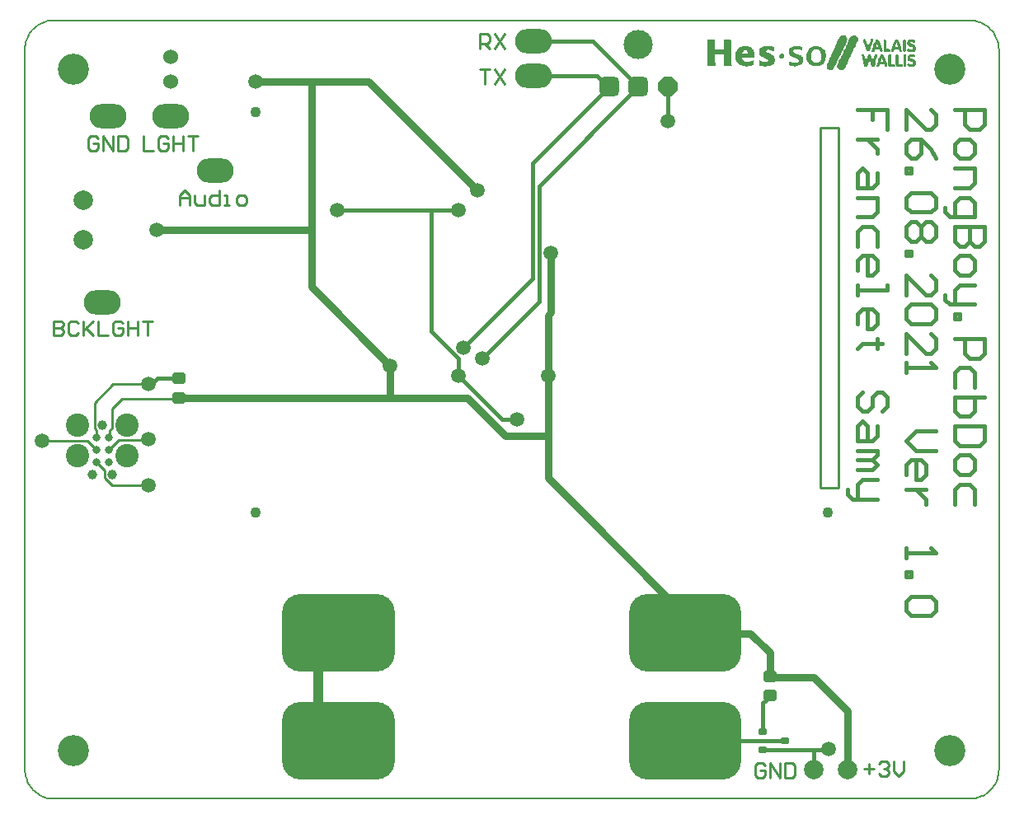
<source format=gtl>
%FSTAX23Y23*%
%MOIN*%
%SFA1B1*%

%IPPOS*%
%AMD14*
4,1,8,0.026600,-0.016200,0.026600,0.016200,0.021200,0.021700,-0.021200,0.021700,-0.026600,0.016200,-0.026600,-0.016200,-0.021200,-0.021700,0.021200,-0.021700,0.026600,-0.016200,0.0*
1,1,0.010827,0.021200,-0.016200*
1,1,0.010827,0.021200,0.016200*
1,1,0.010827,-0.021200,0.016200*
1,1,0.010827,-0.021200,-0.016200*
%
%AMD16*
4,1,8,-0.017700,0.005900,-0.017700,-0.005900,-0.011800,-0.011800,0.011800,-0.011800,0.017700,-0.005900,0.017700,0.005900,0.011800,0.011800,-0.011800,0.011800,-0.017700,0.005900,0.0*
1,1,0.011811,-0.011800,0.005900*
1,1,0.011811,-0.011800,-0.005900*
1,1,0.011811,0.011800,-0.005900*
1,1,0.011811,0.011800,0.005900*
%
%AMD24*
4,1,8,0.020000,0.040000,-0.020000,0.040000,-0.040000,0.020000,-0.040000,-0.020000,-0.020000,-0.040000,0.020000,-0.040000,0.040000,-0.020000,0.040000,0.020000,0.020000,0.040000,0.0*
1,1,0.040000,0.020000,0.020000*
1,1,0.040000,-0.020000,0.020000*
1,1,0.040000,-0.020000,-0.020000*
1,1,0.040000,0.020000,-0.020000*
%
%AMD25*
4,1,8,-0.016500,0.040000,-0.040000,0.016500,-0.040000,-0.016500,-0.016500,-0.040000,0.016500,-0.040000,0.040000,-0.016500,0.040000,0.016500,0.016500,0.040000,-0.016500,0.040000,0.0*
%
%AMD27*
4,1,8,0.078700,0.157500,-0.078700,0.157500,-0.157500,0.078700,-0.157500,-0.078700,-0.078700,-0.157500,0.078700,-0.157500,0.157500,-0.078700,0.157500,0.078700,0.078700,0.157500,0.0*
1,1,0.157480,0.078700,0.078700*
1,1,0.157480,-0.078700,0.078700*
1,1,0.157480,-0.078700,-0.078700*
1,1,0.157480,0.078700,-0.078700*
%
%ADD10C,0.005905*%
%ADD13C,0.010000*%
G04~CAMADD=14~8~0.0~0.0~433.1~531.5~54.1~0.0~15~0.0~0.0~0.0~0.0~0~0.0~0.0~0.0~0.0~0~0.0~0.0~0.0~270.0~532.0~434.0*
%ADD14D14*%
%ADD15C,0.078740*%
G04~CAMADD=16~8~0.0~0.0~236.2~354.3~59.1~0.0~15~0.0~0.0~0.0~0.0~0~0.0~0.0~0.0~0.0~0~0.0~0.0~0.0~90.0~354.0~236.0*
%ADD16D16*%
%ADD17C,0.031496*%
%ADD18C,0.029527*%
%ADD19C,0.017716*%
%ADD20C,0.039370*%
%ADD21C,0.009843*%
%ADD22C,0.015748*%
%ADD23O,0.149606X0.098425*%
G04~CAMADD=24~8~0.0~0.0~800.0~800.0~200.0~0.0~15~0.0~0.0~0.0~0.0~0~0.0~0.0~0.0~0.0~0~0.0~0.0~0.0~0.0~800.0~800.0*
%ADD24D24*%
G04~CAMADD=25~4~0.0~0.0~800.0~800.0~0.0~234.3~0~0.0~0.0~0.0~0.0~0~0.0~0.0~0.0~0.0~0~0.0~0.0~0.0~45.0~800.0~800.0*
%ADD25D25*%
%ADD26C,0.118110*%
G04~CAMADD=27~8~0.0~0.0~3149.6~3149.6~787.4~0.0~15~0.0~0.0~0.0~0.0~0~0.0~0.0~0.0~0.0~0~0.0~0.0~0.0~0.0~3149.6~3149.6*
%ADD27D27*%
%ADD28C,0.043307*%
%ADD29C,0.094488*%
%ADD30C,0.039370*%
%ADD31C,0.125984*%
%ADD32C,0.060000*%
%ADD33C,0.059055*%
%LNpongboy-1*%
%LPD*%
G36*
X03586Y03073D02*
X03588Y03073D01*
X03591Y03072*
X03593Y03072*
X03596Y0307*
X03597Y03069*
X03598Y03068*
Y03062*
X03595Y03059*
X03584Y03062*
X03583*
X03583Y03062*
X03581Y03061*
X03579Y0306*
X03579Y03059*
X03578Y03058*
X03598Y03049*
X03598Y03048*
X03598Y03048*
X036Y03046*
X03601Y03043*
X03602Y03041*
Y03039*
Y03036*
Y03035*
X03601Y03034*
X03601Y03031*
X036Y03029*
X03597Y03026*
X03594Y03023*
X03592Y03023*
X0359Y03022*
X03587Y03021*
X03578*
X03576Y03022*
X03574Y03022*
X03572Y03023*
X03569Y03024*
X03567Y03026*
X03566Y03028*
Y03032*
X03569Y03035*
X0357*
X03584Y03032*
X03584*
X03585Y03033*
X03587Y03034*
X03589Y03036*
X03589Y03037*
X03589Y03039*
X03589*
X03589Y03039*
X03587Y0304*
X03586Y0304*
X03582Y03042*
X03578Y03043*
X03574Y03046*
X03571Y03048*
X03568Y0305*
X03567Y03051*
X03566Y03053*
Y03058*
Y03059*
X03566Y03061*
X03567Y03063*
X03568Y03066*
X0357Y03069*
X03574Y03071*
X03575Y03072*
X03578Y03073*
X03581Y03073*
X03585*
X03586Y03073*
G37*
G36*
X0343Y03072D02*
Y03071D01*
Y0307*
X03429Y03069*
X03428Y03066*
X03427Y03064*
X03426Y0306*
X03425Y03056*
X03422Y03047*
X03419Y03039*
X03417Y03035*
X03416Y03031*
X03414Y03028*
X03413Y03026*
X03411Y03024*
X0341Y03024*
X03406*
X03405Y03025*
X03405Y03025*
X03404Y03026*
X03403Y03028*
X03402Y0303*
X03401Y03033*
X03399Y03035*
X03398Y03039*
X03396Y03044*
X03394Y0305*
X03392Y03056*
X0339Y03064*
X03387Y03072*
X03391Y03075*
X03395*
X03396Y03074*
X03397Y03073*
X03398Y03071*
X03399Y0307*
X034Y03068*
X03401Y03065*
X03402Y03063*
X03403Y03059*
X03405Y03055*
X03406Y03051*
X03407Y03046*
X03408Y03046*
X03409Y03047*
X0341Y0305*
X03411Y03051*
X03411Y03053*
X03413Y03055*
X03414Y03058*
X03415Y03062*
X03417Y03065*
X03418Y0307*
X0342Y03075*
X03427*
X0343Y03072*
G37*
G36*
X02854Y03069D02*
X02856D01*
X02854Y03065*
X02856Y0297*
X02857Y02966*
X02856Y02965*
X02828*
X02825Y02967*
Y03011*
X02789*
Y0299*
X02791Y02966*
X02789Y02965*
X02762*
X0276Y02966*
X02759*
X0276Y02991*
X02759Y03069*
X0276Y03071*
X02787*
X02789Y03068*
Y03031*
X02825*
Y03053*
X02824Y03069*
X02825Y03071*
X02853*
X02854Y03069*
G37*
G36*
X03122Y03046D02*
X03125D01*
X03129Y03045*
X03132Y03044*
X03137Y03043*
X03142Y03042*
Y03029*
X03139Y03027*
X03139Y03027*
X03138Y03027*
X03136Y03029*
X03134Y0303*
X03128Y03031*
X03125Y03032*
X03122Y03032*
X03114*
X03112Y03032*
X0311Y03031*
X03108Y0303*
X03106Y03028*
X03105Y03026*
X03105Y03022*
Y03022*
X03105Y03021*
X03107Y0302*
X03108Y03019*
X03109Y03019*
X03111Y03018*
X03113Y03016*
X03116Y03015*
X03119Y03014*
X03123Y03012*
X03127Y03011*
X03132Y03009*
X03138Y03007*
X03138Y03007*
X03139Y03006*
X0314Y03004*
X03142Y03003*
X03144Y03*
X03145Y02998*
X03146Y02996*
X03146Y02994*
Y02985*
Y02985*
Y02984*
X03146Y02982*
X03144Y02979*
X03143Y02977*
X03142Y02975*
X0314Y02973*
X03138Y02972*
X03135Y0297*
X03131Y02968*
X03127Y02967*
X03123Y02965*
X03118Y02964*
X03111Y02963*
X0311*
X03109Y02964*
X03107*
X03104Y02964*
X03099Y02965*
X03095Y02966*
X03091Y02967*
X03089Y02968*
X03088Y02969*
X03087Y02969*
X03087Y0297*
Y02973*
Y02973*
Y02975*
X03087Y02976*
X03087Y02978*
X03088Y0298*
X03088Y02982*
X0309Y02983*
X03091Y02984*
X03091Y02984*
X03092Y02983*
X03094Y02982*
X03097Y02981*
X031Y02979*
X03104Y02978*
X03108Y02977*
X03113Y02977*
X03115*
X03117Y02977*
X03119Y02978*
X03121Y02979*
X03124Y02981*
X03126Y02983*
X03127Y02985*
X03128Y02988*
Y02988*
X03128Y02989*
X03126Y02991*
X03125Y02992*
X03124Y02992*
X03122Y02994*
X0312Y02995*
X03117Y02996*
X03114Y02998*
X0311Y02999*
X03106Y03001*
X03101Y03003*
X03095Y03004*
X03095Y03005*
X03094Y03006*
X03092Y03007*
X03091Y0301*
X03089Y03012*
X03088Y03014*
X03087Y03016*
X03087Y03018*
Y03027*
Y03027*
X03087Y03027*
X03088Y0303*
X0309Y03033*
X03092Y03037*
X03094Y03038*
X03097Y0304*
X03099Y03042*
X03102Y03043*
X03106Y03044*
X03109Y03045*
X03114Y03046*
X03118Y03046*
X0312*
X03122Y03046*
G37*
G36*
X03013D02*
X03016Y03045D01*
X03019Y03045*
X03022Y03044*
X03025Y03043*
X03027Y03042*
X03027Y03041*
X03028Y03041*
Y03028*
X03025Y03024*
X03024Y03024*
X03023Y03025*
X03021Y03026*
X03019Y03027*
X03016Y03028*
X03013Y03029*
X03009Y0303*
X03004Y03031*
X03004*
X03003Y0303*
X03001Y0303*
X03Y03029*
X02998Y03028*
X02996Y03026*
X02995Y03025*
X02994Y03022*
X02995*
X02996Y03022*
X02998Y03021*
X03Y0302*
X03003Y03019*
X03006Y03017*
X03012Y03014*
X03019Y03011*
X03022Y03009*
X03025Y03007*
X03027Y03006*
X03029Y03004*
X0303Y03003*
X0303Y03002*
X03033Y02991*
Y02991*
Y0299*
X03033Y02988*
X03032Y02987*
X03031Y02982*
X0303Y0298*
X03028Y02977*
X03027Y02975*
X03024Y02972*
X03021Y0297*
X03017Y02968*
X03013Y02966*
X03008Y02964*
X03002Y02964*
X02996Y02963*
X0299*
X02986Y02964*
X02982Y02964*
X02978Y02965*
X02973Y02966*
X0297Y02968*
X02968Y02969*
X02967Y0297*
Y02985*
X0297Y02988*
X0297Y02988*
X02972Y02987*
X02974Y02986*
X02978Y02984*
X02981Y02982*
X02985Y02981*
X02989Y0298*
X02993Y0298*
X02994*
X02996Y0298*
X02997Y0298*
X02999Y02981*
X03001Y02983*
X03003Y02984*
X03004Y02987*
Y02988*
X03004Y02989*
X03002Y0299*
X03002Y0299*
X03Y02991*
X02999Y02992*
X02997Y02993*
X02994Y02995*
X02991Y02996*
X02987Y02998*
X02983Y03*
X02978Y03002*
X02973Y03004*
X02972Y03005*
X02972Y03006*
X02971Y03007*
X0297Y03009*
X02968Y03013*
X02967Y03015*
X02967Y03017*
Y03025*
Y03026*
Y03026*
X02967Y03028*
X02969Y0303*
X0297Y03034*
X02972Y03035*
X02973Y03037*
X02975Y03039*
X02978Y03041*
X02981Y03042*
X02985Y03044*
X02989Y03045*
X02993Y03046*
X0301*
X03013Y03046*
G37*
G36*
X03483Y03068D02*
Y03034D01*
X03492*
X03493Y03033*
X03494*
X03496Y03033*
X03497Y03032*
X03499Y03031*
X03499Y0303*
X035Y03029*
Y03025*
X03497Y03022*
X03474*
X03471Y03025*
Y03069*
Y0307*
X03471Y0307*
X03472Y03072*
X03473Y03072*
X03475Y03073*
X03477Y03073*
X03479*
X03483Y03068*
G37*
G36*
X03561Y03069D02*
Y03025D01*
X03556Y03021*
X03554*
X03549Y03025*
Y03069*
X03554Y03073*
X03556*
X03561Y03069*
G37*
G36*
X03527Y03073D02*
X03528Y03072D01*
X03529Y03071*
X0353Y03069*
X03531Y03068*
X03532Y03065*
X03534Y03062*
X03535Y03058*
X03537Y03053*
X03539Y03047*
X03541Y03041*
X03543Y03034*
X03545Y03025*
X03541Y03021*
X03538*
X03538Y03022*
X03537Y03022*
X03536Y03023*
X03535Y03024*
X03534Y03026*
X03534Y03029*
X03533Y03032*
X03516*
X03515Y03031*
Y0303*
X03514Y03029*
X03513Y03028*
X03512Y03026*
X03511Y03024*
X0351Y03023*
X03509Y03022*
X03508Y03021*
X03505*
X03501Y03025*
Y03026*
X03502Y03027*
X03503Y0303*
X03503Y03033*
X03504Y03037*
X03506Y03041*
X03509Y03049*
X03512Y03058*
X03513Y03062*
X03515Y03066*
X03516Y03069*
X03518Y03071*
X03519Y03073*
X0352Y03073*
X03526*
X03527Y03073*
G37*
G36*
X03446Y03073D02*
X03448Y03072D01*
X0345Y0307*
X03452Y03068*
X03453Y03066*
X03454Y03064*
X03456Y03061*
X03457Y03058*
X03459Y03054*
X0346Y0305*
X03461Y03045*
X03468Y03025*
X03462Y03021*
X03461*
X03461Y03022*
X0346Y03022*
X03458Y03024*
X03456Y03027*
X03455Y0303*
X03454Y03032*
X03437*
Y03032*
X03436Y0303*
X03435Y03029*
X03435Y03027*
X03434Y03025*
X03432Y03023*
X0343Y03022*
X03428Y03021*
X03428*
X03427Y03022*
X03426Y03022*
X03423Y03024*
X03423Y03025*
X03423Y03027*
Y03027*
X03423Y03029*
X03424Y03031*
X03425Y03033*
X03426Y03037*
X03427Y0304*
X0343Y03048*
X03433Y03057*
X03435Y03061*
X03437Y03064*
X03439Y03067*
X0344Y0307*
X03442Y03072*
X03444Y03073*
X03445*
X03446Y03073*
G37*
G36*
X03592Y03012D02*
X03593Y03012D01*
X03595Y03011*
X03596Y03011*
X03598Y03009*
X03599Y03007*
Y03003*
Y03003*
X03598Y03002*
X03597Y03001*
X03596Y03*
X03595*
X03581Y03002*
X0358Y03*
Y02996*
X0358*
X03581Y02996*
X03582Y02996*
X03583Y02995*
X03587Y02994*
X03591Y02992*
X03596Y0299*
X036Y02987*
X03601Y02985*
X03602Y02983*
X03603Y02981*
X03603Y02979*
Y02978*
X03603Y02976*
X03602Y02973*
X03601Y02971*
X03598Y02967*
X03595Y02964*
X03593Y02963*
X0359Y02962*
X03587Y02961*
X03584Y02961*
X03583*
X03581Y02961*
X03578Y02962*
X03575Y02963*
X03572Y02964*
X03569Y02965*
X03567Y02967*
X03566Y02968*
X03566Y02969*
Y0297*
X0357Y02976*
X03586Y02973*
X03589Y02976*
Y02979*
X03589Y02979*
X03588Y0298*
X03587Y0298*
X03585Y02981*
X03581Y02983*
X03579Y02984*
X03577Y02984*
X03573Y02986*
X0357Y02987*
X03567Y02995*
Y02999*
Y03*
X03568Y03001*
X03569Y03003*
X0357Y03006*
X03572Y03008*
X03574Y03011*
X03577Y03012*
X03581Y03013*
X0359*
X03592Y03012*
G37*
G36*
X03064Y03014D02*
X03065Y03014D01*
X03066Y03013*
X03067Y03011*
X03068Y0301*
X03069Y03007*
X0307Y03004*
Y03004*
X0307Y03003*
X03069Y03002*
X03068Y03*
X03066Y02997*
X03065Y02996*
X03063Y02995*
X03058*
X03056Y02995*
X03055Y02996*
X03053Y02997*
X03051Y02999*
X0305Y03001*
X03049Y03004*
Y03005*
Y03006*
X0305Y03007*
X0305Y03008*
X03051Y0301*
X03052Y03012*
X03053Y03013*
X03055Y03014*
X03064*
X03064Y03014*
G37*
G36*
X03445Y0301D02*
Y03009D01*
Y03008*
X03444Y03007*
X03444Y03004*
X03444Y03002*
X03443Y02998*
X03442Y02994*
X0344Y02986*
X03438Y02977*
X03437Y02973*
X03436Y02969*
X03435Y02966*
X03434Y02964*
X03433Y02962*
X03432Y02962*
X03425*
X03425Y02962*
X03423Y02963*
X03422Y02965*
X03422Y02967*
X03421Y02969*
X0342Y02971*
X03419Y02974*
X03418Y02977*
X03417Y02981*
X03415Y02986*
X03414Y02991*
X03413*
Y02991*
X03413Y0299*
X03412Y02988*
X03412Y02987*
X03411Y02982*
X03409Y02976*
X03407Y02971*
X03406Y02967*
X03405Y02964*
X03404Y02963*
X03403Y02962*
X03402Y02962*
X03395*
X03394Y02963*
X03394Y02963*
X03393Y02964*
X03392Y02966*
X03392Y02968*
X03391Y0297*
X0339Y02973*
X03389Y02977*
X03388Y02981*
X03387Y02987*
X03386Y02993*
X03384Y03*
X03383Y03009*
Y0301*
X03386Y03013*
X0339*
X0339Y03012*
X03391Y03011*
X03392Y03009*
X03393Y03007*
X03394Y03006*
X03395Y03003*
X03396Y03*
X03396Y02997*
X03398Y02992*
X03398Y02988*
X03399Y02983*
X03401*
Y02983*
X03401Y02984*
X03401Y02986*
X03402Y02987*
X03403Y02992*
X03404Y02998*
X03406Y03003*
X03408Y03008*
X03409Y0301*
X0341Y03011*
X03411Y03012*
X03412Y03013*
X03416*
X03417Y03012*
X03418Y03011*
X03419Y03009*
X0342Y03007*
X03421Y03006*
X03422Y03003*
X03422Y03*
X03423Y02997*
X03425Y02992*
X03426Y02988*
X03427Y02983*
X03428*
Y02983*
X03429Y02984*
Y02986*
X03429Y02987*
X0343Y02992*
X03431Y02998*
X03433Y03003*
X03434Y03008*
X03435Y0301*
X03436Y03011*
X03437Y03012*
X03438Y03013*
X03442*
X03445Y0301*
G37*
G36*
X03203Y03046D02*
X03204Y03045D01*
X03207Y03045*
X0321Y03044*
X03212Y03043*
X03219Y0304*
X03222Y03038*
X03226Y03036*
X03228Y03033*
X03231Y0303*
X03234Y03026*
X03235Y03022*
X03236Y03018*
X03237Y03013*
Y03*
Y03*
Y02999*
X03236Y02997*
X03236Y02995*
X03235Y02992*
X03234Y02989*
X03233Y02986*
X03231Y02983*
X0323Y02979*
X03227Y02976*
X03224Y02973*
X03221Y0297*
X03218Y02968*
X03213Y02966*
X03208Y02965*
X03203Y02965*
X03193*
X03191Y02965*
X03189Y02965*
X03186Y02966*
X03183Y02967*
X0318Y02968*
X03176Y0297*
X03173Y02972*
X0317Y02975*
X03167Y02977*
X03164Y02981*
X03162Y02986*
X0316Y02991*
X03159Y02998*
X03158Y03004*
Y03005*
Y03006*
X03159Y03008*
X03159Y03011*
X0316Y03014*
X03161Y03018*
X03162Y03021*
X03164Y03025*
X03166Y03029*
X03169Y03033*
X03172Y03037*
X03176Y03039*
X03181Y03042*
X03187Y03044*
X03193Y03046*
X03201Y03046*
X03201*
X03203Y03046*
G37*
G36*
X02922D02*
X02926Y03045D01*
X0293Y03043*
X02935Y0304*
X02937Y03038*
X0294Y03036*
X02942Y03033*
X02944Y0303*
X02946Y03026*
X02948Y03022*
X02949Y0301*
Y03003*
X0295Y03002*
Y03*
X0295*
X02949Y03*
X02947Y03*
X02944Y02999*
X0294Y02999*
X02935Y02998*
X02929Y02998*
X02898*
X02899Y02997*
X02899Y02995*
X029Y02993*
X02903Y0299*
X02905Y02987*
X02908Y02985*
X02912Y02983*
X02918Y02983*
X02926*
X02945Y02988*
X02946Y02987*
Y02972*
Y02971*
X02946Y02971*
X02944Y02969*
X02942Y02968*
X02939Y02967*
X02936Y02966*
X02934Y02965*
X02931Y02965*
X02927Y02964*
X02923Y02964*
X02919Y02963*
X02913*
X02911Y02964*
X02909Y02964*
X02907Y02964*
X02903Y02965*
X029Y02967*
X02896Y02968*
X02892Y02969*
X02888Y02972*
X02884Y02974*
X0288Y02977*
X02877Y02981*
X02875Y02985*
X02872Y0299*
X02871Y02995*
X02871Y03*
Y03004*
Y03005*
Y03006*
X02871Y03008*
X02871Y0301*
X02872Y03013*
X02872Y03016*
X02873Y0302*
X02875Y03023*
X02877Y03027*
X02879Y0303*
X02882Y03034*
X02885Y03037*
X02889Y0304*
X02894Y03043*
X02899Y03045*
X02905Y03046*
X0292*
X02922Y03046*
G37*
G36*
X03563Y0301D02*
Y02965D01*
X03561Y02962*
X03555*
X03552Y02965*
Y0301*
X03555Y03013*
X03561*
X03563Y0301*
G37*
G36*
X03533Y03009D02*
Y02973D01*
X03547*
X03549Y0297*
Y02965*
X03547Y02962*
X03524*
X03524Y02962*
X03523Y02963*
X03522Y02964*
X03521Y02966*
X03521Y02968*
X0352Y0297*
Y03009*
X03524Y03013*
X03529*
X03533Y03009*
G37*
G36*
X03501Y0301D02*
Y02973D01*
X03515*
X03519Y02969*
Y02966*
X03515Y02962*
X03494*
X0349Y02966*
Y03009*
X03494Y03013*
X03499*
X03501Y0301*
G37*
G36*
X03469Y03012D02*
X0347Y03011D01*
X0347Y03011*
X03471Y03009*
X03472Y03007*
X03473Y03005*
X03474Y03002*
X03476Y02999*
X03478Y02994*
X0348Y02989*
X03481Y02983*
X03484Y02976*
X03486Y02969*
Y02965*
X03483Y02962*
X03479*
X03478Y02962*
X03477Y02963*
X03476Y02964*
X03475Y02966*
X03474Y02968*
X03474Y02972*
X03457*
X03456Y02971*
X03456Y02971*
X03455Y02969*
X03454Y02968*
X03453Y02965*
X03452Y02962*
X03446*
X03444Y02963*
X03444Y02963*
X03443Y02964*
X03442Y02965*
X03442Y02967*
Y02968*
X03443Y02969*
X03444Y02972*
X03444Y02975*
X03446Y02978*
X03447Y02982*
X0345Y0299*
X03453Y02998*
X03455Y03002*
X03456Y03006*
X03458Y03008*
X03459Y03011*
X0346Y03012*
X03461Y03013*
X03469*
X03469Y03012*
G37*
G36*
X03356Y03088D02*
X03358Y03088D01*
X0336Y03086*
X03363Y03084*
X03365Y03081*
X03366Y03079*
X03367Y03077*
X03367Y03074*
X03368Y03071*
Y0307*
X03367Y0307*
X03367Y03068*
X03366Y03066*
X03365Y03064*
X03363Y03061*
X03362Y03058*
X0336Y03054*
X03357Y03046*
X03352Y03037*
X03348Y03027*
X03343Y03016*
X03338Y03006*
X03333Y02995*
X03328Y02985*
X03324Y02975*
X03319Y02967*
X03317Y02963*
X03315Y02959*
X03313Y02956*
X03311Y02953*
X0331Y02951*
X03308Y02949*
X03301Y02948*
X03297*
X03296Y02949*
X03294Y02949*
X03292Y0295*
X03289Y02952*
X03287Y02955*
X03285Y02958*
X03283Y02963*
Y02966*
Y02967*
X03284Y02968*
X03284Y02969*
X03285Y02971*
X03286Y02974*
X03288Y02978*
X0329Y02983*
X03293Y0299*
X03295Y02994*
X03297Y02998*
X03299Y03003*
X03301Y03007*
X03304Y03013*
X03307Y03019*
X0331Y03025*
X03313Y03032*
X03317Y03039*
X0332Y03047*
X03324Y03055*
X03329Y03065*
X03333Y03074*
X03339Y03084*
X03339Y03085*
X03339Y03085*
X03342Y03086*
X03345Y03088*
X03347Y03089*
X03355*
X03356Y03088*
G37*
G36*
X03314D02*
X03315Y03088D01*
X03317Y03087*
X03319Y03085*
X0332Y03083*
X03322Y03081*
X03323Y03078*
X03324Y03075*
Y03072*
Y03071*
X03323Y0307*
X03323Y03069*
X03322Y03066*
X03321Y03063*
X03319Y03058*
X03317Y03053*
X03313Y03046*
X03312Y03042*
X0331Y03038*
X03308Y03033*
X03305Y03028*
X03302Y03022*
X033Y03016*
X03297Y0301*
X03293Y03003*
X0329Y02996*
X03286Y02988*
X03282Y02979*
X03277Y02971*
X03272Y02961*
X03267Y02951*
X03259Y02948*
X03253*
X03252Y02949*
X0325Y02949*
X03247Y02951*
X03245Y02952*
X03243Y02955*
X03241Y02958*
Y02966*
Y02967*
X03241Y02968*
X03242Y02969*
X03242Y02971*
X03243Y02974*
X03245Y02977*
X03247Y02983*
X0325Y02989*
X03251Y02992*
X03253Y02996*
X03255Y03*
X03257Y03005*
X03259Y0301*
X03262Y03015*
X03265Y03022*
X03267Y03028*
X03271Y03035*
X03274Y03042*
X03278Y0305*
X03282Y03058*
X03286Y03067*
X0329Y03076*
X03291Y03077*
X03291Y03078*
X03292Y0308*
X03293Y03081*
X03297Y03085*
X03299Y03087*
X03301Y03089*
X03314*
X03314Y03088*
G37*
%LNpongboy-2*%
%LPC*%
G36*
X03524Y03057D02*
X03522D01*
X03518Y03043*
X03529*
X03524Y03057*
G37*
G36*
X03446Y03059D02*
X03445D01*
X03441Y03043*
X0345*
X03446Y03059*
G37*
G36*
X03198Y03034D02*
X03197D01*
X03196Y03033*
X03193Y03033*
X03189Y03031*
X03186Y03028*
X03184Y03026*
X03183Y03024*
X03181Y03022*
X0318Y03019*
X03179Y03015*
X03178Y03011*
Y02999*
Y02999*
Y02998*
X03178Y02997*
X03179Y02996*
X0318Y02992*
X03181Y02988*
X03184Y02984*
X03187Y0298*
X03188Y02979*
X03191Y02978*
X03193Y02977*
X03196Y02977*
X03202*
X03204Y02977*
X03207Y02979*
X0321Y0298*
X03212Y02982*
X03214Y02984*
X03215Y02986*
X03216Y02988*
X03218Y02991*
X03218Y02995*
X03219Y02999*
X03219Y03003*
Y03004*
Y03005*
Y03006*
Y03007*
X03219Y03009*
X03218Y03014*
X03216Y03019*
X03214Y03025*
X03212Y03027*
X0321Y03029*
X03208Y03031*
X03205Y03033*
X03202Y03033*
X03198Y03034*
G37*
G36*
X02911Y03029D02*
X0291D01*
X02909Y03029*
X02908Y03029*
X02906Y03027*
X02904Y03026*
X02901Y03023*
X029Y03019*
X02898Y03014*
X029*
X02915Y03016*
X02923*
Y03017*
Y03017*
X02923Y03019*
X02922Y03021*
X02921Y03023*
X02919Y03025*
X02917Y03027*
X02914Y03029*
X02911Y03029*
G37*
G36*
X03465Y02999D02*
X03464D01*
X0346Y02983*
X03469*
X03465Y02999*
G37*
%LNpongboy-3*%
%LPD*%
G54D10*
X0Y00118D02*
D01*
X0Y00109*
X00001Y00101*
X00002Y00093*
X00004Y00085*
X00007Y00077*
X0001Y0007*
X00013Y00062*
X00017Y00055*
X00022Y00048*
X00027Y00042*
X00033Y00036*
X00039Y0003*
X00045Y00025*
X00052Y0002*
X00059Y00015*
X00066Y00011*
X00073Y00008*
X00081Y00005*
X00089Y00003*
X00097Y00001*
X00105Y0*
X00113Y0*
X00118Y0*
X03819D02*
D01*
X03827Y0*
X03835Y00001*
X03843Y00002*
X03851Y00004*
X03859Y00007*
X03867Y0001*
X03874Y00013*
X03881Y00017*
X03888Y00022*
X03894Y00027*
X039Y00033*
X03906Y00039*
X03912Y00045*
X03916Y00051*
X03921Y00058*
X03925Y00066*
X03928Y00073*
X03931Y00081*
X03933Y00089*
X03935Y00097*
X03936Y00105*
X03936Y00113*
X03937Y00117*
Y03031D02*
D01*
X03936Y03039*
X03935Y03047*
X03934Y03056*
X03932Y03064*
X03929Y03071*
X03926Y03079*
X03923Y03086*
X03919Y03094*
X03914Y031*
X03909Y03107*
X03903Y03113*
X03897Y03119*
X03891Y03124*
X03884Y03129*
X03877Y03133*
X0387Y03137*
X03863Y03141*
X03855Y03143*
X03847Y03146*
X03839Y03147*
X03831Y03148*
X03823Y03149*
X03818Y03149*
X00118D02*
D01*
X00109Y03149*
X00101Y03148*
X00093Y03147*
X00085Y03145*
X00077Y03142*
X0007Y03139*
X00062Y03135*
X00055Y03131*
X00048Y03127*
X00042Y03121*
X00036Y03116*
X0003Y0311*
X00025Y03104*
X0002Y03097*
X00015Y0309*
X00011Y03083*
X00008Y03075*
X00005Y03067*
X00003Y0306*
X00001Y03052*
X0Y03043*
X0Y03035*
X0Y03031*
X00118Y0D02*
X03819D01*
X03937Y00117D02*
Y03031D01*
X00118Y03149D02*
X03818D01*
X0Y00118D02*
Y03031D01*
G54D13*
X00295Y02672D02*
X00285Y02682D01*
X00265*
X00255Y02672*
Y02632*
X00265Y02622*
X00285*
X00295Y02632*
Y02652*
X00275*
X00315Y02622D02*
Y02682D01*
X00355Y02622*
Y02682*
X00375D02*
Y02622D01*
X00405*
X00415Y02632*
Y02672*
X00405Y02682*
X00375*
X00114Y01933D02*
Y01874D01*
X00144*
X00154Y01884*
Y01894*
X00144Y01904*
X00114*
X00144*
X00154Y01914*
Y01924*
X00144Y01933*
X00114*
X00214Y01924D02*
X00204Y01933D01*
X00184*
X00174Y01924*
Y01884*
X00184Y01874*
X00204*
X00214Y01884*
X00234Y01933D02*
Y01874D01*
Y01894*
X00274Y01933*
X00244Y01904*
X00274Y01874*
X00294Y01933D02*
Y01874D01*
X00334*
X00394Y01924D02*
X00384Y01933D01*
X00364*
X00354Y01924*
Y01884*
X00364Y01874*
X00384*
X00394Y01884*
Y01904*
X00374*
X00414Y01933D02*
Y01874D01*
Y01904*
X00454*
Y01933*
Y01874*
X00474Y01933D02*
X00514D01*
X00494*
Y01874*
X00625Y02401D02*
Y02441D01*
X00645Y02461*
X00665Y02441*
Y02401*
Y02431*
X00625*
X00685Y02441D02*
Y02411D01*
X00695Y02401*
X00725*
Y02441*
X00785Y02461D02*
Y02401D01*
X00755*
X00745Y02411*
Y02431*
X00755Y02441*
X00785*
X00805Y02401D02*
X00825D01*
X00815*
Y02441*
X00805*
X00865Y02401D02*
X00885D01*
X00895Y02411*
Y02431*
X00885Y02441*
X00865*
X00855Y02431*
Y02411*
X00865Y02401*
X0048Y02682D02*
Y02622D01*
X0052*
X0058Y02672D02*
X0057Y02682D01*
X0055*
X0054Y02672*
Y02632*
X0055Y02622*
X0057*
X0058Y02632*
Y02652*
X0056*
X006Y02682D02*
Y02622D01*
Y02652*
X0064*
Y02682*
Y02622*
X0066Y02682D02*
X007D01*
X0068*
Y02622*
X01838Y02953D02*
X01878D01*
X01858*
Y02893*
X01898Y02953D02*
X01938Y02893D01*
Y02953D02*
X01898Y02893D01*
X01838Y03035D02*
Y03095D01*
X01868*
X01878Y03085*
Y03065*
X01868Y03055*
X01838*
X01858D02*
X01878Y03035D01*
X01898Y03095D02*
X01938Y03035D01*
Y03095D02*
X01898Y03035D01*
X03393Y0012D02*
X03433D01*
X03413Y0014D02*
Y001D01*
X03453Y0014D02*
X03463Y0015D01*
X03483*
X03493Y0014*
Y0013*
X03483Y0012*
X03473*
X03483*
X03493Y0011*
Y001*
X03483Y0009*
X03463*
X03453Y001*
X03513Y0015D02*
Y0011D01*
X03533Y0009*
X03553Y0011*
Y0015*
X02992Y00136D02*
X02982Y00146D01*
X02962*
X02952Y00136*
Y00096*
X02962Y00086*
X02982*
X02992Y00096*
Y00116*
X02972*
X03012Y00086D02*
Y00146D01*
X03052Y00086*
Y00146*
X03072D02*
Y00086D01*
X03102*
X03112Y00096*
Y00136*
X03102Y00146*
X03072*
X03216Y02716D02*
Y01259D01*
X03287*
Y02716D02*
Y01259D01*
X03216Y02716D02*
X03287D01*
G54D14*
X00622Y017D03*
Y01622D03*
X03011Y00496D03*
Y00417D03*
G54D15*
X03326Y00118D03*
X03188D03*
X00236Y02421D03*
Y02263D03*
G54D16*
X03072Y00236D03*
X02982Y00198D03*
Y00273D03*
G54D17*
X00338Y01412D03*
Y01462D03*
X00288Y01412D03*
Y01362D03*
X00338D03*
X00288Y01462D03*
G54D18*
X02125Y01968D02*
Y02208D01*
X02114Y01297D02*
X0274Y00671D01*
X02114Y01713D02*
Y01956D01*
Y01468D02*
Y01713D01*
Y01956D02*
X02125Y01968D01*
X00935Y02901D02*
X01157D01*
X00933Y02903D02*
X00935Y02901D01*
X02114Y01297D02*
Y01468D01*
X01942D02*
X02114D01*
X01789Y01622D02*
X01942Y01468D01*
X01476Y01622D02*
X01789D01*
X01157Y02304D02*
Y02901D01*
Y0207D02*
Y02304D01*
X00531Y02303D02*
X01155D01*
X01157Y02901D02*
X01389D01*
X01157Y0207D02*
X01476Y01751D01*
X01389Y02901D02*
X0183Y0246D01*
X00622Y01622D02*
X01476D01*
Y01751*
X0282Y00669D02*
X02933D01*
X03011Y0059*
Y00496D02*
Y0059D01*
X03015Y00492D02*
X03188D01*
X03326Y00354*
Y00118D02*
Y00354D01*
G54D19*
X0185Y01783D02*
X02077Y0201D01*
Y02478D02*
X0248Y02881D01*
X02077Y0201D02*
Y02478D01*
X02051Y02106D02*
Y0257D01*
X01771Y01826D02*
X02051Y02106D01*
X02598Y0274D02*
Y02881D01*
X01263Y02381D02*
X01641D01*
X01751*
X01641Y01891D02*
Y02381D01*
Y01891D02*
X01751Y01781D01*
Y01712D02*
Y01781D01*
X03187Y00198D02*
X03246D01*
X02982D02*
X03187D01*
X03188Y00118D02*
Y00196D01*
X03187Y00198D02*
X03188Y00196D01*
X01751Y01712D02*
X01929Y01535D01*
X01118Y00671D02*
X01186Y00602D01*
X01118Y00236D02*
X01186Y00304D01*
X01929Y01535D02*
X01988D01*
X0274Y00671D02*
X02818D01*
X01155Y02303D02*
X01157Y02304D01*
X02055Y02925D02*
X02312D01*
X02356Y02881*
Y02875D02*
Y02881D01*
X02051Y0257D02*
X02356Y02875D01*
X02294Y03066D02*
X0248Y02881D01*
X02055Y03066D02*
X02294D01*
X00534Y017D02*
X00622D01*
X00511Y01677D02*
X00534Y017D01*
X005Y01677D02*
X00511D01*
X02818Y00671D02*
X0282Y00669D01*
X03246Y00198D02*
X03248Y002D01*
X03011Y00496D02*
X03015Y00492D01*
X02982Y00273D02*
Y00387D01*
X02994Y00399*
Y00404*
X03006Y00417*
X03011*
X02818Y00236D02*
X03072D01*
G54D20*
X01186Y00304D02*
Y00602D01*
G54D21*
X00618Y01618D02*
X00622Y01622D01*
X00393Y01618D02*
X00618D01*
X00353Y01577D02*
X00393Y01618D01*
X00353Y015D02*
Y01577D01*
X00341Y01488D02*
X00353Y015D01*
X00341Y01464D02*
Y01488D01*
X00338Y01462D02*
X00341Y01464D01*
X00321Y01298D02*
X00352Y01267D01*
X00288Y01362D02*
X00321Y01329D01*
Y01298D02*
Y01329D01*
X00281Y01498D02*
Y01601D01*
Y01498D02*
X00287Y01492D01*
Y01463D02*
Y01492D01*
Y01463D02*
X00288Y01462D01*
X00352Y01267D02*
X005D01*
X00378Y01452D02*
X00495D01*
X005Y01456*
X00338Y01412D02*
X00378Y01452D01*
X00281Y01601D02*
X00356Y01677D01*
X005*
X00071Y01449D02*
X00251D01*
X0007Y01448D02*
X00071Y01449D01*
X00251D02*
X00288Y01412D01*
G54D22*
X03484Y02708D02*
Y02787D01*
X03425*
Y02748*
Y02787*
X03366*
X03444Y02669D02*
X03366D01*
X03405*
X03425Y02649*
X03444Y02629*
Y0261*
Y02531D02*
Y02492D01*
X03425Y02472*
X03366*
Y02531*
X03385Y02551*
X03405Y02531*
Y02472*
X03366Y02433D02*
X03444D01*
Y02374*
X03425Y02354*
X03366*
X03444Y02236D02*
Y02295D01*
X03425Y02315*
X03385*
X03366Y02295*
Y02236*
Y02138D02*
Y02177D01*
X03385Y02197*
X03425*
X03444Y02177*
Y02138*
X03425Y02118*
X03405*
Y02197*
X03366Y02078D02*
Y02039D01*
Y02059*
X03484*
Y02078*
X03366Y01921D02*
Y0196D01*
X03385Y0198*
X03425*
X03444Y0196*
Y01921*
X03425Y01901*
X03405*
Y0198*
X03464Y01842D02*
X03444D01*
Y01862*
Y01823*
Y01842*
X03385*
X03366Y01823*
X03464Y01567D02*
X03484Y01587D01*
Y01626*
X03464Y01646*
X03444*
X03425Y01626*
Y01587*
X03405Y01567*
X03385*
X03366Y01587*
Y01626*
X03385Y01646*
X03444Y01508D02*
Y01468D01*
X03425Y01449*
X03366*
Y01508*
X03385Y01527*
X03405Y01508*
Y01449*
X03366Y01409D02*
X03444D01*
Y0139*
X03425Y0137*
X03366*
X03425*
X03444Y0135*
X03425Y01331*
X03366*
X03444Y01291D02*
X03385D01*
X03366Y01272*
Y01213*
X03346*
X03326Y01232*
Y01252*
X03366Y01213D02*
X03444D01*
X03562Y02708D02*
Y02787D01*
X03641Y02708*
X03661*
X03681Y02728*
Y02767*
X03661Y02787*
X03681Y0259D02*
X03661Y02629D01*
X03622Y02669*
X03582*
X03562Y02649*
Y0261*
X03582Y0259*
X03602*
X03622Y0261*
Y02669*
X03562Y02551D02*
X03582D01*
Y02531*
X03562*
Y02551*
X03661Y02452D02*
X03681Y02433D01*
Y02393*
X03661Y02374*
X03582*
X03562Y02393*
Y02433*
X03582Y02452*
X03661*
Y02334D02*
X03681Y02315D01*
Y02275*
X03661Y02256*
X03641*
X03622Y02275*
X03602Y02256*
X03582*
X03562Y02275*
Y02315*
X03582Y02334*
X03602*
X03622Y02315*
X03641Y02334*
X03661*
X03622Y02315D02*
Y02275D01*
X03562Y02216D02*
X03582D01*
Y02197*
X03562*
Y02216*
Y02039D02*
Y02118D01*
X03641Y02039*
X03661*
X03681Y02059*
Y02098*
X03661Y02118*
Y02D02*
X03681Y0198D01*
Y01941*
X03661Y01921*
X03582*
X03562Y01941*
Y0198*
X03582Y02*
X03661*
X03562Y01803D02*
Y01882D01*
X03641Y01803*
X03661*
X03681Y01823*
Y01862*
X03661Y01882*
X03562Y01764D02*
Y01724D01*
Y01744*
X03681*
X03661Y01764*
X03681Y01488D02*
X03602D01*
X03562Y01448*
X03602Y01409*
X03681*
X03562Y01311D02*
Y0135D01*
X03582Y0137*
X03622*
X03641Y0135*
Y01311*
X03622Y01291*
X03602*
Y0137*
X03641Y01252D02*
X03562D01*
X03602*
X03622Y01232*
X03641Y01212*
Y01193*
X03562Y01015D02*
Y00976D01*
Y00996*
X03681*
X03661Y01015*
X03562Y00917D02*
X03582D01*
Y00897*
X03562*
Y00917*
X03661Y00819D02*
X03681Y00799D01*
Y0076*
X03661Y0074*
X03582*
X03562Y0076*
Y00799*
X03582Y00819*
X03661*
X03759Y02787D02*
X03877D01*
Y02728*
X03858Y02708*
X03818*
X03799Y02728*
Y02787*
X03759Y02649D02*
Y0261D01*
X03779Y0259*
X03818*
X03838Y0261*
Y02649*
X03818Y02669*
X03779*
X03759Y02649*
Y02551D02*
X03838D01*
Y02492*
X03818Y02472*
X03759*
X0372Y02393D02*
Y02374D01*
X0374Y02354*
X03838*
Y02413*
X03818Y02433*
X03779*
X03759Y02413*
Y02354*
X03877Y02315D02*
X03759D01*
Y02256*
X03779Y02236*
X03799*
X03818Y02256*
Y02315*
Y02256*
X03838Y02236*
X03858*
X03877Y02256*
Y02315*
X03759Y02177D02*
Y02138D01*
X03779Y02118*
X03818*
X03838Y02138*
Y02177*
X03818Y02197*
X03779*
X03759Y02177*
X03838Y02078D02*
X03779D01*
X03759Y02059*
Y02*
X0374*
X0372Y02019*
Y02039*
X03759Y02D02*
X03838D01*
X03759Y0196D02*
X03779D01*
Y01941*
X03759*
Y0196*
Y01862D02*
X03877D01*
Y01803*
X03858Y01783*
X03818*
X03799Y01803*
Y01862*
X03838Y01665D02*
Y01724D01*
X03818Y01744*
X03779*
X03759Y01724*
Y01665*
X03877Y01626D02*
X03759D01*
Y01567*
X03779Y01547*
X03799*
X03818*
X03838Y01567*
Y01626*
X03877Y01508D02*
X03759D01*
Y01449*
X03779Y01429*
X03858*
X03877Y01449*
Y01508*
X03759Y0137D02*
Y01331D01*
X03779Y01311*
X03818*
X03838Y01331*
Y0137*
X03818Y0139*
X03779*
X03759Y0137*
X03838Y01193D02*
Y01252D01*
X03818Y01272*
X03779*
X03759Y01252*
Y01193*
G54D23*
X00334Y02763D03*
X00767Y02543D03*
X00313Y02007D03*
X02055Y02925D03*
Y03066D03*
X0059Y02763D03*
G54D24*
X02362Y02881D03*
X0248D03*
G54D25*
X02598Y02881D03*
G54D26*
X0248Y03051D03*
G54D27*
X01196Y00671D03*
X0274D03*
X01338D03*
X02598D03*
X0274Y00236D03*
X01196D03*
X02598D03*
X01338D03*
G54D28*
X00931Y01157D03*
X03244D03*
X00931Y02779D03*
G54D29*
X00213Y01387D03*
X00413D03*
X00213Y01512D03*
X00413D03*
G54D30*
X00313Y01512D03*
X00353Y01312D03*
X00273D03*
G54D31*
X0374Y00196D03*
Y02952D03*
X00196D03*
X00196Y00196D03*
G54D32*
X0059Y03001D03*
Y02903D03*
G54D33*
X02125Y02208D03*
X02114Y01713D03*
X02598Y0274D03*
X00933Y02903D03*
X01263Y02381D03*
X01751D03*
X01771Y01826D03*
X0185Y01783D03*
X01988Y01535D03*
X00531Y02303D03*
X0183Y0246D03*
X005Y01677D03*
Y01267D03*
Y01456D03*
X0007Y01448D03*
X01751Y01712D03*
X01476Y01751D03*
X03248Y002D03*
M02*
</source>
